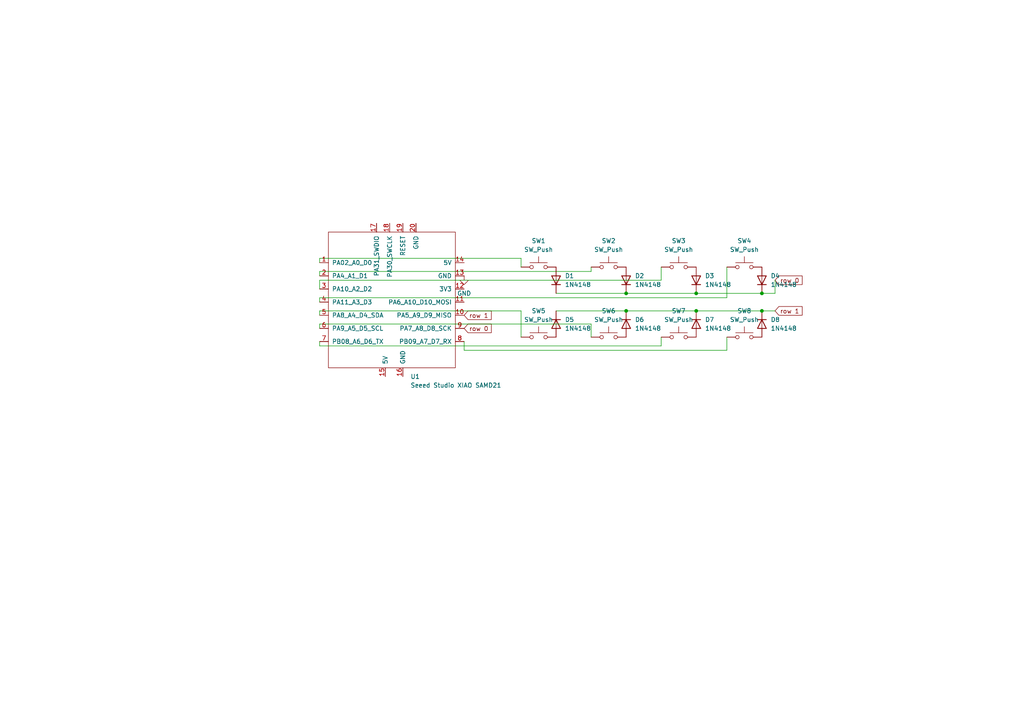
<source format=kicad_sch>
(kicad_sch (version 20231120) (generator "eeschema") (generator_version "8.0")
  (paper "A4")
  (lib_symbols
    (symbol "Diode:1N4148" (pin_numbers hide) (pin_names hide)
      (property "Reference" "D" (at 0 2.54 0))
      (property "Value" "1N4148" (at 0 -2.54 0))
      (symbol "1N4148_0_1"
        (polyline (pts (xy -1.27 1.27) (xy -1.27 -1.27)) (stroke (width 0.254)))
        (polyline (pts (xy 1.27 0) (xy -1.27 0)))
        (polyline (pts (xy 1.27 1.27) (xy 1.27 -1.27) (xy -1.27 0) (xy 1.27 1.27)) (stroke (width 0.254)))
      )
      (symbol "1N4148_1_1"
        (pin passive line (at -3.81 0 0) (length 2.54) (name "K") (number "1"))
        (pin passive line (at 3.81 0 180) (length 2.54) (name "A") (number "2"))
      )
    )
    (symbol "Seeed_Studio_XIAO_Series:Seeed Studio XIAO SAMD21" (pin_names (offset 1.016))
      (property "Reference" "U" (at -19.05 22.86 0))
      (property "Value" "Seeed Studio XIAO SAMD21" (at -12.7 21.59 0))
      (symbol "Seeed Studio XIAO SAMD21_0_1"
        (rectangle (start -19.05 20.32) (end 17.78 -19.05))
      )
      (symbol "Seeed Studio XIAO SAMD21_1_1"
        (pin unspecified line (at -21.59 11.43 0) (length 2.54) (name "PA02_A0_D0") (number "1"))
        (pin unspecified line (at 20.32 -3.81 180) (length 2.54) (name "PA5_A9_D9_MISO") (number "10"))
        (pin unspecified line (at 20.32 0 180) (length 2.54) (name "PA6_A10_D10_MOSI") (number "11"))
        (pin unspecified line (at 20.32 3.81 180) (length 2.54) (name "3V3") (number "12"))
        (pin unspecified line (at 20.32 7.62 180) (length 2.54) (name "GND") (number "13"))
        (pin unspecified line (at 20.32 11.43 180) (length 2.54) (name "5V") (number "14"))
        (pin input line (at -2.54 -21.59 90) (length 2.54) (name "5V") (number "15"))
        (pin input line (at 2.54 -21.59 90) (length 2.54) (name "GND") (number "16"))
        (pin input line (at -5.08 22.86 270) (length 2.54) (name "PA31_SWDIO") (number "17"))
        (pin input line (at -1.27 22.86 270) (length 2.54) (name "PA30_SWCLK") (number "18"))
        (pin input line (at 2.54 22.86 270) (length 2.54) (name "RESET") (number "19"))
        (pin unspecified line (at -21.59 7.62 0) (length 2.54) (name "PA4_A1_D1") (number "2"))
        (pin input line (at 6.35 22.86 270) (length 2.54) (name "GND") (number "20"))
        (pin unspecified line (at -21.59 3.81 0) (length 2.54) (name "PA10_A2_D2") (number "3"))
        (pin unspecified line (at -21.59 0 0) (length 2.54) (name "PA11_A3_D3") (number "4"))
        (pin unspecified line (at -21.59 -3.81 0) (length 2.54) (name "PA8_A4_D4_SDA") (number "5"))
        (pin unspecified line (at -21.59 -7.62 0) (length 2.54) (name "PA9_A5_D5_SCL") (number "6"))
        (pin unspecified line (at -21.59 -11.43 0) (length 2.54) (name "PB08_A6_D6_TX") (number "7"))
        (pin unspecified line (at 20.32 -11.43 180) (length 2.54) (name "PB09_A7_D7_RX") (number "8"))
        (pin unspecified line (at 20.32 -7.62 180) (length 2.54) (name "PA7_A8_D8_SCK") (number "9"))
      )
    )
    (symbol "Switch:SW_Push" (pin_numbers hide) (pin_names (offset 1.016) hide)
      (property "Reference" "SW" (at 1.27 2.54 0))
      (property "Value" "SW_Push" (at 0 -1.524 0))
      (symbol "SW_Push_0_1"
        (circle (center -2.032 0) (radius 0.508))
        (polyline (pts (xy 0 1.27) (xy 0 3.048)))
        (polyline (pts (xy 2.54 1.27) (xy -2.54 1.27)))
        (circle (center 2.032 0) (radius 0.508))
        (pin passive line (at -5.08 0 0) (length 2.54) (name "1") (number "1"))
        (pin passive line (at 5.08 0 180) (length 2.54) (name "2") (number "2"))
      )
    )
    (symbol "power:GND" (power) (pin_numbers hide) (pin_names (offset 0) hide)
      (property "Value" "GND" (at 0 -3.81 0))
      (symbol "GND_0_1"
        (polyline (pts (xy 0 0) (xy 0 -1.27) (xy 1.27 -1.27) (xy 0 -2.54) (xy -1.27 -1.27) (xy 0 -1.27)))
      )
      (symbol "GND_1_1"
        (pin power_in line (at 0 0 270) (length 0) (name "~") (number "1"))
      )
    )
  )
  (junction (at 220.98 85.09))
  (junction (at 220.98 90.17))
  (junction (at 181.61 90.17))
  (junction (at 201.93 90.17))
  (junction (at 181.61 85.09))
  (junction (at 201.93 85.09))
  (wire (pts (xy 210.82 77.47) (xy 210.82 86.36)))
  (wire (pts (xy 151.13 90.17) (xy 92.71 90.17)))
  (wire (pts (xy 151.13 74.93) (xy 92.71 74.93)))
  (wire (pts (xy 92.71 86.36) (xy 92.71 87.63)))
  (wire (pts (xy 181.61 90.17) (xy 201.93 90.17)))
  (wire (pts (xy 224.79 85.09) (xy 224.79 81.28)))
  (wire (pts (xy 171.45 93.98) (xy 92.71 93.98)))
  (wire (pts (xy 210.82 101.6) (xy 134.62 101.6)))
  (wire (pts (xy 210.82 97.79) (xy 210.82 101.6)))
  (wire (pts (xy 220.98 85.09) (xy 224.79 85.09)))
  (wire (pts (xy 220.98 90.17) (xy 224.79 90.17)))
  (wire (pts (xy 210.82 86.36) (xy 92.71 86.36)))
  (wire (pts (xy 92.71 93.98) (xy 92.71 95.25)))
  (wire (pts (xy 181.61 85.09) (xy 201.93 85.09)))
  (wire (pts (xy 201.93 85.09) (xy 220.98 85.09)))
  (wire (pts (xy 161.29 85.09) (xy 181.61 85.09)))
  (wire (pts (xy 171.45 97.79) (xy 171.45 93.98)))
  (wire (pts (xy 191.77 77.47) (xy 191.77 81.28)))
  (wire (pts (xy 92.71 78.74) (xy 92.71 80.01)))
  (wire (pts (xy 134.62 101.6) (xy 134.62 99.06)))
  (wire (pts (xy 151.13 77.47) (xy 151.13 74.93)))
  (wire (pts (xy 201.93 90.17) (xy 220.98 90.17)))
  (wire (pts (xy 92.71 81.28) (xy 92.71 83.82)))
  (wire (pts (xy 171.45 78.74) (xy 92.71 78.74)))
  (wire (pts (xy 92.71 90.17) (xy 92.71 91.44)))
  (wire (pts (xy 191.77 97.79) (xy 191.77 100.33)))
  (wire (pts (xy 191.77 81.28) (xy 92.71 81.28)))
  (wire (pts (xy 92.71 100.33) (xy 92.71 99.06)))
  (wire (pts (xy 92.71 74.93) (xy 92.71 76.2)))
  (wire (pts (xy 191.77 100.33) (xy 92.71 100.33)))
  (wire (pts (xy 171.45 78.74) (xy 171.45 77.47)))
  (wire (pts (xy 151.13 97.79) (xy 151.13 90.17)))
  (wire (pts (xy 161.29 90.17) (xy 181.61 90.17)))
  (global_label "row 0" (shape input) (at 224.79 81.28 0) (property "Intersheetrefs" "${INTERSHEET_REFS}" (effects (hide yes))))
  (global_label "row 1" (shape input) (at 224.79 90.17 0) (property "Intersheetrefs" "${INTERSHEET_REFS}" (effects (hide yes))))
  (global_label "row 1" (shape input) (at 134.62 91.44 0) (property "Intersheetrefs" "${INTERSHEET_REFS}" (effects (hide yes))))
  (global_label "row 0" (shape input) (at 134.62 95.25 0) (property "Intersheetrefs" "${INTERSHEET_REFS}" (effects (hide yes))))
  (symbol (lib_id "Switch:SW_Push") (at 215.9 97.79 0) (unit 1)
    (property "Reference" "SW8" (at 215.9 90.17 0))
    (property "Value" "SW_Push" (at 215.9 92.71 0))
    (property "Footprint" "Button_Switch_Keyboard:SW_Cherry_MX_1.00u_Plate" (effects (hide yes)))
    (property "Description" "Push button switch, generic, two pins" (effects (hide yes)))
  )
  (symbol (lib_id "Switch:SW_Push") (at 156.21 97.79 0) (unit 1)
    (property "Reference" "SW5" (at 156.21 90.17 0))
    (property "Value" "SW_Push" (at 156.21 92.71 0))
    (property "Footprint" "Button_Switch_Keyboard:SW_Cherry_MX_1.00u_Plate" (effects (hide yes)))
    (property "Description" "Push button switch, generic, two pins" (effects (hide yes)))
  )
  (symbol (lib_id "Diode:1N4148") (at 181.61 81.28 90) (unit 1)
    (property "Reference" "D2" (at 184.15 80.0099 90) (effects (justify right)))
    (property "Value" "1N4148" (at 184.15 82.5499 90) (effects (justify right)))
    (property "Footprint" "Diode_THT:D_DO-35_SOD27_P7.62mm_Horizontal" (effects (hide yes)))
    (property "Datasheet" "https://assets.nexperia.com/documents/data-sheet/1N4148_1N4448.pdf" (effects (hide yes)))
    (property "Description" "100V 0.15A standard switching diode, DO-35" (effects (hide yes)))
    (property "Sim.Device" "D" (effects (hide yes)))
    (property "Sim.Pins" "1=K 2=A" (effects (hide yes)))
  )
  (symbol (lib_id "Seeed_Studio_XIAO_Series:Seeed Studio XIAO SAMD21") (at 114.3 87.63 0) (unit 1)
    (property "Reference" "U1" (at 119.0341 109.22 0) (effects (justify left)))
    (property "Value" "Seeed Studio XIAO SAMD21" (at 119.0341 111.76 0) (effects (justify left)))
    (property "Footprint" "Seeed Studio XIAO Series Library:XIAO-Generic-Thruhole-14P-2.54-21X17.8MM" (effects (hide yes)))
  )
  (symbol (lib_id "Diode:1N4148") (at 220.98 81.28 90) (unit 1)
    (property "Reference" "D4" (at 223.52 80.0099 90) (effects (justify right)))
    (property "Value" "1N4148" (at 223.52 82.5499 90) (effects (justify right)))
    (property "Footprint" "Diode_THT:D_DO-35_SOD27_P7.62mm_Horizontal" (effects (hide yes)))
    (property "Datasheet" "https://assets.nexperia.com/documents/data-sheet/1N4148_1N4448.pdf" (effects (hide yes)))
    (property "Description" "100V 0.15A standard switching diode, DO-35" (effects (hide yes)))
    (property "Sim.Device" "D" (effects (hide yes)))
    (property "Sim.Pins" "1=K 2=A" (effects (hide yes)))
  )
  (symbol (lib_id "Diode:1N4148") (at 220.98 93.98 270) (unit 1)
    (property "Reference" "D8" (at 223.52 92.7099 90) (effects (justify left)))
    (property "Value" "1N4148" (at 223.52 95.2499 90) (effects (justify left)))
    (property "Footprint" "Diode_THT:D_DO-35_SOD27_P7.62mm_Horizontal" (effects (hide yes)))
    (property "Datasheet" "https://assets.nexperia.com/documents/data-sheet/1N4148_1N4448.pdf" (effects (hide yes)))
    (property "Description" "100V 0.15A standard switching diode, DO-35" (effects (hide yes)))
    (property "Sim.Device" "D" (effects (hide yes)))
    (property "Sim.Pins" "1=K 2=A" (effects (hide yes)))
  )
  (symbol (lib_id "Diode:1N4148") (at 161.29 93.98 270) (unit 1)
    (property "Reference" "D5" (at 163.83 92.7099 90) (effects (justify left)))
    (property "Value" "1N4148" (at 163.83 95.2499 90) (effects (justify left)))
    (property "Footprint" "Diode_THT:D_DO-35_SOD27_P7.62mm_Horizontal" (effects (hide yes)))
    (property "Datasheet" "https://assets.nexperia.com/documents/data-sheet/1N4148_1N4448.pdf" (effects (hide yes)))
    (property "Description" "100V 0.15A standard switching diode, DO-35" (effects (hide yes)))
    (property "Sim.Device" "D" (effects (hide yes)))
    (property "Sim.Pins" "1=K 2=A" (effects (hide yes)))
  )
  (symbol (lib_id "Diode:1N4148") (at 201.93 81.28 90) (unit 1)
    (property "Reference" "D3" (at 204.47 80.0099 90) (effects (justify right)))
    (property "Value" "1N4148" (at 204.47 82.5499 90) (effects (justify right)))
    (property "Footprint" "Diode_THT:D_DO-35_SOD27_P7.62mm_Horizontal" (effects (hide yes)))
    (property "Datasheet" "https://assets.nexperia.com/documents/data-sheet/1N4148_1N4448.pdf" (effects (hide yes)))
    (property "Description" "100V 0.15A standard switching diode, DO-35" (effects (hide yes)))
    (property "Sim.Device" "D" (effects (hide yes)))
    (property "Sim.Pins" "1=K 2=A" (effects (hide yes)))
  )
  (symbol (lib_id "Diode:1N4148") (at 181.61 93.98 270) (unit 1)
    (property "Reference" "D6" (at 184.15 92.7099 90) (effects (justify left)))
    (property "Value" "1N4148" (at 184.15 95.2499 90) (effects (justify left)))
    (property "Footprint" "Diode_THT:D_DO-35_SOD27_P7.62mm_Horizontal" (effects (hide yes)))
    (property "Datasheet" "https://assets.nexperia.com/documents/data-sheet/1N4148_1N4448.pdf" (effects (hide yes)))
    (property "Description" "100V 0.15A standard switching diode, DO-35" (effects (hide yes)))
    (property "Sim.Device" "D" (effects (hide yes)))
    (property "Sim.Pins" "1=K 2=A" (effects (hide yes)))
  )
  (symbol (lib_id "Switch:SW_Push") (at 176.53 97.79 0) (unit 1)
    (property "Reference" "SW6" (at 176.53 90.17 0))
    (property "Value" "SW_Push" (at 176.53 92.71 0))
    (property "Footprint" "Button_Switch_Keyboard:SW_Cherry_MX_1.00u_Plate" (effects (hide yes)))
    (property "Description" "Push button switch, generic, two pins" (effects (hide yes)))
  )
  (symbol (lib_id "Diode:1N4148") (at 201.93 93.98 270) (unit 1)
    (property "Reference" "D7" (at 204.47 92.7099 90) (effects (justify left)))
    (property "Value" "1N4148" (at 204.47 95.2499 90) (effects (justify left)))
    (property "Footprint" "Diode_THT:D_DO-35_SOD27_P7.62mm_Horizontal" (effects (hide yes)))
    (property "Datasheet" "https://assets.nexperia.com/documents/data-sheet/1N4148_1N4448.pdf" (effects (hide yes)))
    (property "Description" "100V 0.15A standard switching diode, DO-35" (effects (hide yes)))
    (property "Sim.Device" "D" (effects (hide yes)))
    (property "Sim.Pins" "1=K 2=A" (effects (hide yes)))
  )
  (symbol (lib_id "Switch:SW_Push") (at 215.9 77.47 0) (unit 1)
    (property "Reference" "SW4" (at 215.9 69.85 0))
    (property "Value" "SW_Push" (at 215.9 72.39 0))
    (property "Footprint" "Button_Switch_Keyboard:SW_Cherry_MX_1.00u_Plate" (effects (hide yes)))
    (property "Description" "Push button switch, generic, two pins" (effects (hide yes)))
  )
  (symbol (lib_id "Switch:SW_Push") (at 156.21 77.47 0) (unit 1)
    (property "Reference" "SW1" (at 156.21 69.85 0))
    (property "Value" "SW_Push" (at 156.21 72.39 0))
    (property "Footprint" "Button_Switch_Keyboard:SW_Cherry_MX_1.00u_Plate" (effects (hide yes)))
    (property "Description" "Push button switch, generic, two pins" (effects (hide yes)))
  )
  (symbol (lib_id "Switch:SW_Push") (at 196.85 97.79 0) (unit 1)
    (property "Reference" "SW7" (at 196.85 90.17 0))
    (property "Value" "SW_Push" (at 196.85 92.71 0))
    (property "Footprint" "Button_Switch_Keyboard:SW_Cherry_MX_1.00u_Plate" (effects (hide yes)))
    (property "Description" "Push button switch, generic, two pins" (effects (hide yes)))
  )
  (symbol (lib_id "power:GND") (at 134.62 80.01 0) (unit 1)
    (property "Reference" "#PWR02" (effects (hide yes)))
    (property "Value" "GND" (at 134.62 85.09 0))
    (property "Description" "Power symbol creates a global label with name \"GND\" , ground" (effects (hide yes)))
  )
  (symbol (lib_id "Diode:1N4148") (at 161.29 81.28 90) (unit 1)
    (property "Reference" "D1" (at 163.83 80.0099 90) (effects (justify right)))
    (property "Value" "1N4148" (at 163.83 82.5499 90) (effects (justify right)))
    (property "Footprint" "Diode_THT:D_DO-35_SOD27_P7.62mm_Horizontal" (effects (hide yes)))
    (property "Datasheet" "https://assets.nexperia.com/documents/data-sheet/1N4148_1N4448.pdf" (effects (hide yes)))
    (property "Description" "100V 0.15A standard switching diode, DO-35" (effects (hide yes)))
    (property "Sim.Device" "D" (effects (hide yes)))
    (property "Sim.Pins" "1=K 2=A" (effects (hide yes)))
  )
  (symbol (lib_id "Switch:SW_Push") (at 196.85 77.47 0) (unit 1)
    (property "Reference" "SW3" (at 196.85 69.85 0))
    (property "Value" "SW_Push" (at 196.85 72.39 0))
    (property "Footprint" "Button_Switch_Keyboard:SW_Cherry_MX_1.00u_Plate" (effects (hide yes)))
    (property "Description" "Push button switch, generic, two pins" (effects (hide yes)))
  )
  (symbol (lib_id "Switch:SW_Push") (at 176.53 77.47 0) (unit 1)
    (property "Reference" "SW2" (at 176.53 69.85 0))
    (property "Value" "SW_Push" (at 176.53 72.39 0))
    (property "Footprint" "Button_Switch_Keyboard:SW_Cherry_MX_1.00u_Plate" (effects (hide yes)))
    (property "Description" "Push button switch, generic, two pins" (effects (hide yes)))
  )
)
</source>
